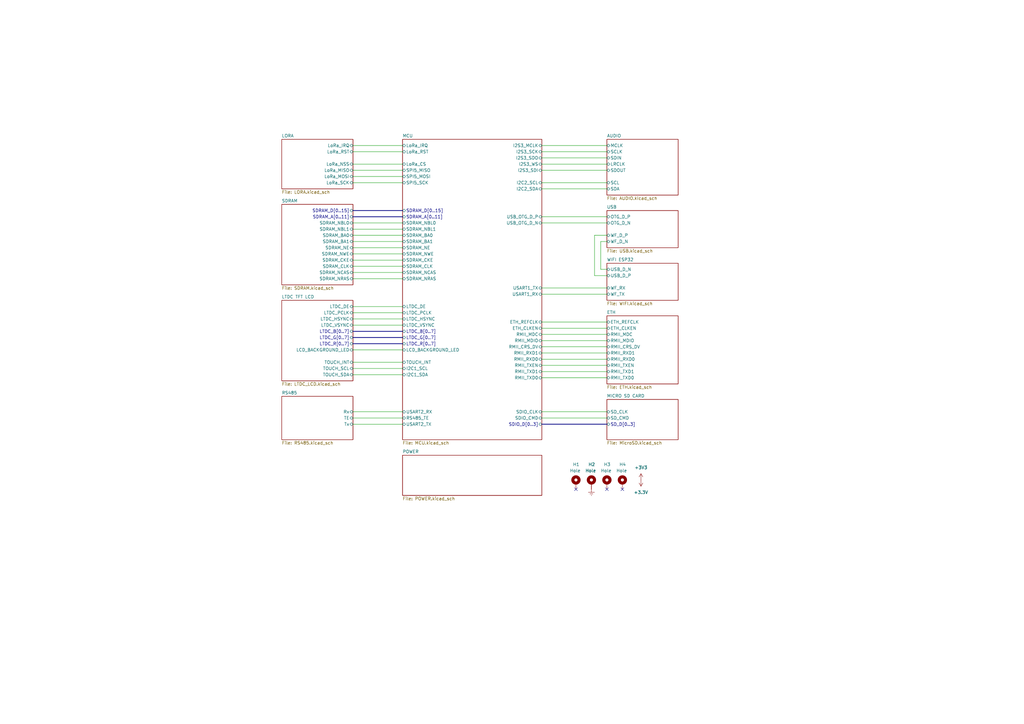
<source format=kicad_sch>
(kicad_sch (version 20230121) (generator eeschema)
  (paper "A3")
  (lib_symbols
    (symbol "Mechanical:MountingHole_Pad" (pin_numbers hide) (pin_names (offset 1.016) hide)
      (property "Reference" "H" (at 0 6.35 0))
      (property "Value" "MountingHole_Pad" (at 0 4.445 0))
      (symbol "MountingHole_Pad_0_1"
        (circle (center 0 1.27) (radius 1.27) (stroke (width 1.27)))
      )
      (symbol "MountingHole_Pad_1_1"
        (pin input line (at 0 -2.54 90) (length 2.54) (name "1") (number "1"))
      )
    )
    (symbol "power:+3.3V" (power) (pin_names (offset 0))
      (property "Value" "+3.3V" (at 0 3.556 0))
      (symbol "+3.3V_0_1"
        (polyline (pts (xy -0.762 1.27) (xy 0 2.54)))
        (polyline (pts (xy 0 0) (xy 0 2.54)))
        (polyline (pts (xy 0 2.54) (xy 0.762 1.27)))
      )
      (symbol "+3.3V_1_1"
        (pin power_in line (at 0 0 90) (length 0) hide (name "+3.3V") (number "1"))
      )
    )
    (symbol "power:+3V3" (power) (pin_names (offset 0))
      (property "Value" "+3V3" (at 0 3.556 0))
      (symbol "+3V3_0_1"
        (polyline (pts (xy -0.762 1.27) (xy 0 2.54)))
        (polyline (pts (xy 0 0) (xy 0 2.54)))
        (polyline (pts (xy 0 2.54) (xy 0.762 1.27)))
      )
      (symbol "+3V3_1_1"
        (pin power_in line (at 0 0 90) (length 0) hide (name "+3V3") (number "1"))
      )
    )
    (symbol "power:Earth" (power) (pin_names (offset 0))
      (symbol "Earth_0_1"
        (polyline (pts (xy -0.635 -1.905) (xy 0.635 -1.905)))
        (polyline (pts (xy -0.127 -2.54) (xy 0.127 -2.54)))
        (polyline (pts (xy 0 -1.27) (xy 0 0)))
        (polyline (pts (xy 1.27 -1.27) (xy -1.27 -1.27)))
      )
      (symbol "Earth_1_1"
        (pin power_in line (at 0 0 270) (length 0) hide (name "Earth") (number "1"))
      )
    )
  )
  (no_connect (at 236.22 200.66))
  (no_connect (at 255.27 200.66))
  (no_connect (at 248.92 200.66))
  (wire (pts (xy 246.38 110.49) (xy 246.38 99.06)))
  (wire (pts (xy 144.78 99.06) (xy 165.1 99.06)))
  (wire (pts (xy 222.25 88.9) (xy 248.92 88.9)))
  (wire (pts (xy 144.78 143.51) (xy 165.1 143.51)))
  (wire (pts (xy 222.25 118.11) (xy 248.92 118.11)))
  (wire (pts (xy 222.25 134.62) (xy 248.92 134.62)))
  (wire (pts (xy 144.78 101.6) (xy 165.1 101.6)))
  (wire (pts (xy 144.78 130.81) (xy 165.1 130.81)))
  (wire (pts (xy 144.78 151.13) (xy 165.1 151.13)))
  (wire (pts (xy 222.25 144.78) (xy 248.92 144.78)))
  (wire (pts (xy 144.78 93.98) (xy 165.1 93.98)))
  (wire (pts (xy 222.25 142.24) (xy 248.92 142.24)))
  (wire (pts (xy 144.78 72.39) (xy 165.1 72.39)))
  (wire (pts (xy 222.25 91.44) (xy 248.92 91.44)))
  (wire (pts (xy 144.78 106.68) (xy 165.1 106.68)))
  (bus (pts (xy 144.78 135.89) (xy 165.1 135.89)))
  (wire (pts (xy 222.25 137.16) (xy 248.92 137.16)))
  (wire (pts (xy 243.84 96.52) (xy 243.84 113.03)))
  (wire (pts (xy 144.78 96.52) (xy 165.1 96.52)))
  (wire (pts (xy 222.25 64.77) (xy 248.92 64.77)))
  (wire (pts (xy 144.78 173.99) (xy 165.1 173.99)))
  (wire (pts (xy 243.84 113.03) (xy 248.92 113.03)))
  (wire (pts (xy 222.25 149.86) (xy 248.92 149.86)))
  (wire (pts (xy 144.78 148.59) (xy 165.1 148.59)))
  (wire (pts (xy 222.25 77.47) (xy 248.92 77.47)))
  (wire (pts (xy 144.78 128.27) (xy 165.1 128.27)))
  (bus (pts (xy 144.78 138.43) (xy 165.1 138.43)))
  (wire (pts (xy 222.25 147.32) (xy 248.92 147.32)))
  (wire (pts (xy 144.78 104.14) (xy 165.1 104.14)))
  (wire (pts (xy 144.78 133.35) (xy 165.1 133.35)))
  (bus (pts (xy 144.78 88.9) (xy 165.1 88.9)))
  (wire (pts (xy 144.78 91.44) (xy 165.1 91.44)))
  (wire (pts (xy 222.25 120.65) (xy 248.92 120.65)))
  (wire (pts (xy 144.78 69.85) (xy 165.1 69.85)))
  (wire (pts (xy 248.92 110.49) (xy 246.38 110.49)))
  (wire (pts (xy 144.78 67.31) (xy 165.1 67.31)))
  (wire (pts (xy 248.92 96.52) (xy 243.84 96.52)))
  (wire (pts (xy 144.78 111.76) (xy 165.1 111.76)))
  (wire (pts (xy 222.25 171.45) (xy 248.92 171.45)))
  (wire (pts (xy 144.78 125.73) (xy 165.1 125.73)))
  (wire (pts (xy 222.25 59.69) (xy 248.92 59.69)))
  (wire (pts (xy 144.78 62.23) (xy 165.1 62.23)))
  (wire (pts (xy 222.25 132.08) (xy 248.92 132.08)))
  (wire (pts (xy 144.78 153.67) (xy 165.1 153.67)))
  (wire (pts (xy 222.25 139.7) (xy 248.92 139.7)))
  (wire (pts (xy 222.25 69.85) (xy 248.92 69.85)))
  (wire (pts (xy 246.38 99.06) (xy 248.92 99.06)))
  (wire (pts (xy 144.78 168.91) (xy 165.1 168.91)))
  (bus (pts (xy 144.78 140.97) (xy 165.1 140.97)))
  (wire (pts (xy 144.78 114.3) (xy 165.1 114.3)))
  (wire (pts (xy 222.25 74.93) (xy 248.92 74.93)))
  (wire (pts (xy 144.78 171.45) (xy 165.1 171.45)))
  (wire (pts (xy 222.25 62.23) (xy 248.92 62.23)))
  (wire (pts (xy 222.25 168.91) (xy 248.92 168.91)))
  (wire (pts (xy 144.78 59.69) (xy 165.1 59.69)))
  (wire (pts (xy 144.78 74.93) (xy 165.1 74.93)))
  (wire (pts (xy 222.25 152.4) (xy 248.92 152.4)))
  (wire (pts (xy 144.78 109.22) (xy 165.1 109.22)))
  (wire (pts (xy 222.25 154.94) (xy 248.92 154.94)))
  (wire (pts (xy 222.25 67.31) (xy 248.92 67.31)))
  (bus (pts (xy 222.25 173.99) (xy 248.92 173.99)))
  (bus (pts (xy 144.78 86.36) (xy 165.1 86.36)))
  (symbol (lib_id "Mechanical:MountingHole_Pad") (at 248.92 198.12 0) (unit 1)
    (property "Reference" "H3" (at 247.65 190.5 0) (effects (justify left)))
    (property "Value" "Hole" (at 246.38 193.04 0) (effects (justify left)))
    (property "Footprint" "MountingHole:MountingHole_3.2mm_M3_Pad_Via" (effects hide))
  )
  (symbol (lib_id "power:+3.3V") (at 262.89 196.85 180) (unit 1)
    (property "Reference" "#PWR05" (effects hide))
    (property "Value" "+3.3V" (at 262.89 201.93 0))
  )
  (symbol (lib_id "power:+3V3") (at 262.89 196.85 0) (unit 1)
    (property "Reference" "#PWR06" (effects hide))
    (property "Value" "+3V3" (at 262.89 191.77 0))
  )
  (symbol (lib_id "Mechanical:MountingHole_Pad") (at 255.27 198.12 0) (unit 1)
    (property "Reference" "H4" (at 254 190.5 0) (effects (justify left)))
    (property "Value" "Hole" (at 252.73 193.04 0) (effects (justify left)))
    (property "Footprint" "MountingHole:MountingHole_3.2mm_M3_Pad_Via" (effects hide))
  )
  (symbol (lib_id "power:Earth") (at 242.57 200.66 0) (unit 1)
    (property "Reference" "#PWR01" (effects hide))
    (property "Value" "Earth" (effects hide))
  )
  (symbol (lib_id "Mechanical:MountingHole_Pad") (at 236.22 198.12 0) (unit 1)
    (property "Reference" "H1" (at 234.95 190.5 0) (effects (justify left)))
    (property "Value" "Hole" (at 233.68 193.04 0) (effects (justify left)))
    (property "Footprint" "MountingHole:MountingHole_3.2mm_M3_Pad_Via" (effects hide))
  )
  (symbol (lib_id "Mechanical:MountingHole_Pad") (at 242.57 198.12 0) (unit 1)
    (property "Reference" "H2" (at 241.3 190.5 0) (effects (justify left)))
    (property "Value" "Hole" (at 240.03 193.04 0) (effects (justify left)))
    (property "Footprint" "MountingHole:MountingHole_3.2mm_M3_Pad_Via" (effects hide))
  )
  (sheet (at 115.57 162.56) (size 29.21 17.78) (stroke (width 0.1524))
    (property "Sheetname" "RS485" (at 115.57 161.8484 0) (effects (justify left bottom)))
    (property "Sheetfile" "RS485.kicad_sch" (at 115.57 180.9246 0) (effects (justify left top)))
    (pin "Rx" bidirectional (at 144.78 168.91 0))
    (pin "TE" bidirectional (at 144.78 171.45 0))
    (pin "Tx" bidirectional (at 144.78 173.99 0))
  )
  (sheet (at 165.1 186.69) (size 57.15 16.51) (stroke (width 0.1524))
    (property "Sheetname" "POWER" (at 165.1 185.9784 0) (effects (justify left bottom)))
    (property "Sheetfile" "POWER.kicad_sch" (at 165.1 203.7846 0) (effects (justify left top)))
  )
  (sheet (at 115.57 123.19) (size 29.21 33.02) (stroke (width 0.1524))
    (property "Sheetname" "LTDC TFT LCD" (at 115.57 122.4784 0) (effects (justify left bottom)))
    (property "Sheetfile" "LTDC_LCD.kicad_sch" (at 115.57 156.7946 0) (effects (justify left top)))
    (pin "TOUCH_SCL" bidirectional (at 144.78 151.13 0))
    (pin "TOUCH_SDA" bidirectional (at 144.78 153.67 0))
    (pin "TOUCH_INT" bidirectional (at 144.78 148.59 0))
    (pin "LTDC_G[0..7]" bidirectional (at 144.78 138.43 0))
    (pin "LTDC_R[0..7]" bidirectional (at 144.78 140.97 0))
    (pin "LTDC_B[0..7]" bidirectional (at 144.78 135.89 0))
    (pin "LCD_BACKGROUND_LED" bidirectional (at 144.78 143.51 0))
    (pin "LTDC_VSYNC" bidirectional (at 144.78 133.35 0))
    (pin "LTDC_PCLK" bidirectional (at 144.78 128.27 0))
    (pin "LTDC_HSYNC" bidirectional (at 144.78 130.81 0))
    (pin "LTDC_DE" bidirectional (at 144.78 125.73 0))
  )
  (sheet (at 165.1 57.15) (size 57.15 123.19) (stroke (width 0.1524))
    (property "Sheetname" "MCU" (at 165.1 56.4384 0) (effects (justify left bottom)))
    (property "Sheetfile" "MCU.kicad_sch" (at 165.1 180.9246 0) (effects (justify left top)))
    (pin "SDRAM_A[0..11]" bidirectional (at 165.1 88.9 180))
    (pin "SDRAM_D[0..15]" bidirectional (at 165.1 86.36 180))
    (pin "SDRAM_NBL1" bidirectional (at 165.1 93.98 180))
    (pin "SDRAM_NBL0" bidirectional (at 165.1 91.44 180))
    (pin "SDRAM_CLK" bidirectional (at 165.1 109.22 180))
    (pin "SDRAM_NCAS" bidirectional (at 165.1 111.76 180))
    (pin "SDRAM_NRAS" bidirectional (at 165.1 114.3 180))
    (pin "USB_OTG_D_N" bidirectional (at 222.25 91.44 0))
    (pin "USB_OTG_D_P" bidirectional (at 222.25 88.9 0))
    (pin "SDRAM_NE" bidirectional (at 165.1 101.6 180))
    (pin "SDRAM_NWE" bidirectional (at 165.1 104.14 180))
    (pin "SDRAM_CKE" bidirectional (at 165.1 106.68 180))
    (pin "SDRAM_BA0" bidirectional (at 165.1 96.52 180))
    (pin "SDRAM_BA1" bidirectional (at 165.1 99.06 180))
    (pin "LTDC_DE" bidirectional (at 165.1 125.73 180))
    (pin "LTDC_PCLK" bidirectional (at 165.1 128.27 180))
    (pin "LTDC_G[0..7]" bidirectional (at 165.1 138.43 180))
    (pin "LTDC_B[0..7]" bidirectional (at 165.1 135.89 180))
    (pin "LTDC_R[0..7]" bidirectional (at 165.1 140.97 180))
    (pin "LTDC_HSYNC" bidirectional (at 165.1 130.81 180))
    (pin "LTDC_VSYNC" bidirectional (at 165.1 133.35 180))
    (pin "TOUCH_INT" bidirectional (at 165.1 148.59 180))
    (pin "I2C1_SCL" bidirectional (at 165.1 151.13 180))
    (pin "I2C1_SDA" bidirectional (at 165.1 153.67 180))
    (pin "LCD_BACKGROUND_LED" bidirectional (at 165.1 143.51 180))
    (pin "SPI5_SCK" bidirectional (at 165.1 74.93 180))
    (pin "SPI5_MISO" bidirectional (at 165.1 69.85 180))
    (pin "SPI5_MOSI" bidirectional (at 165.1 72.39 180))
    (pin "SDIO_CLK" bidirectional (at 222.25 168.91 0))
    (pin "SDIO_CMD" bidirectional (at 222.25 171.45 0))
    (pin "SDIO_D[0..3]" bidirectional (at 222.25 173.99 0))
    (pin "USART1_TX" bidirectional (at 222.25 118.11 0))
    (pin "USART1_RX" bidirectional (at 222.25 120.65 0))
    (pin "ETH_REFCLK" bidirectional (at 222.25 132.08 0))
    (pin "RMII_MDIO" bidirectional (at 222.25 139.7 0))
    (pin "RMII_TXEN" bidirectional (at 222.25 149.86 0))
    (pin "ETH_CLKEN" bidirectional (at 222.25 134.62 0))
    (pin "RMII_CRS_DV" bidirectional (at 222.25 142.24 0))
    (pin "RMII_RXD0" bidirectional (at 222.25 147.32 0))
    (pin "RMII_RXD1" bidirectional (at 222.25 144.78 0))
    (pin "RMII_TXD0" bidirectional (at 222.25 154.94 0))
    (pin "RMII_TXD1" bidirectional (at 222.25 152.4 0))
    (pin "RMII_MDC" bidirectional (at 222.25 137.16 0))
    (pin "LoRa_IRQ" bidirectional (at 165.1 59.69 180))
    (pin "LoRa_CS" bidirectional (at 165.1 67.31 180))
    (pin "LoRa_RST" bidirectional (at 165.1 62.23 180))
    (pin "I2S3_SDO" bidirectional (at 222.25 64.77 0))
    (pin "I2S3_MCLK" bidirectional (at 222.25 59.69 0))
    (pin "I2S3_WS" bidirectional (at 222.25 67.31 0))
    (pin "I2S3_SCK" bidirectional (at 222.25 62.23 0))
    (pin "I2S3_SDI" bidirectional (at 222.25 69.85 0))
    (pin "I2C2_SCL" bidirectional (at 222.25 74.93 0))
    (pin "I2C2_SDA" bidirectional (at 222.25 77.47 0))
    (pin "USART2_TX" bidirectional (at 165.1 173.99 180))
    (pin "USART2_RX" bidirectional (at 165.1 168.91 180))
    (pin "RS485_TE" bidirectional (at 165.1 171.45 180))
  )
  (sheet (at 248.92 107.95) (size 29.21 15.24) (stroke (width 0.1524))
    (property "Sheetname" "WIFI ESP32" (at 248.92 107.2384 0) (effects (justify left bottom)))
    (property "Sheetfile" "WIFI.kicad_sch" (at 248.92 123.7746 0) (effects (justify left top)))
    (pin "USB_D_P" bidirectional (at 248.92 113.03 180))
    (pin "USB_D_N" bidirectional (at 248.92 110.49 180))
    (pin "WF_TX" bidirectional (at 248.92 120.65 180))
    (pin "WF_RX" bidirectional (at 248.92 118.11 180))
  )
  (sheet (at 248.92 163.83) (size 29.21 16.51) (stroke (width 0.1524))
    (property "Sheetname" "MICRO SD CARD" (at 248.92 163.1184 0) (effects (justify left bottom)))
    (property "Sheetfile" "MicroSD.kicad_sch" (at 248.92 180.9246 0) (effects (justify left top)))
    (pin "SD_CLK" bidirectional (at 248.92 168.91 180))
    (pin "SD_CMD" bidirectional (at 248.92 171.45 180))
    (pin "SD_D[0..3]" bidirectional (at 248.92 173.99 180))
  )
  (sheet (at 248.92 86.36) (size 29.21 15.24) (stroke (width 0.1524))
    (property "Sheetname" "USB" (at 248.92 85.6484 0) (effects (justify left bottom)))
    (property "Sheetfile" "USB.kicad_sch" (at 248.92 102.1846 0) (effects (justify left top)))
    (pin "WF_D_N" bidirectional (at 248.92 99.06 180))
    (pin "OTG_D_N" bidirectional (at 248.92 91.44 180))
    (pin "OTG_D_P" bidirectional (at 248.92 88.9 180))
    (pin "WF_D_P" bidirectional (at 248.92 96.52 180))
  )
  (sheet (at 115.57 83.82) (size 29.21 33.02) (stroke (width 0.1524))
    (property "Sheetname" "SDRAM" (at 115.57 83.1084 0) (effects (justify left bottom)))
    (property "Sheetfile" "SDRAM.kicad_sch" (at 115.57 117.4246 0) (effects (justify left top)))
    (pin "SDRAM_D[0..15]" bidirectional (at 144.78 86.36 0))
    (pin "SDRAM_A[0..11]" bidirectional (at 144.78 88.9 0))
    (pin "SDRAM_NE" bidirectional (at 144.78 101.6 0))
    (pin "SDRAM_CKE" bidirectional (at 144.78 106.68 0))
    (pin "SDRAM_NBL1" bidirectional (at 144.78 93.98 0))
    (pin "SDRAM_NWE" bidirectional (at 144.78 104.14 0))
    (pin "SDRAM_NCAS" bidirectional (at 144.78 111.76 0))
    (pin "SDRAM_NRAS" bidirectional (at 144.78 114.3 0))
    (pin "SDRAM_NBL0" bidirectional (at 144.78 91.44 0))
    (pin "SDRAM_CLK" bidirectional (at 144.78 109.22 0))
    (pin "SDRAM_BA0" bidirectional (at 144.78 96.52 0))
    (pin "SDRAM_BA1" bidirectional (at 144.78 99.06 0))
  )
  (sheet (at 115.57 57.15) (size 29.21 20.32) (stroke (width 0.1524))
    (property "Sheetname" "LORA" (at 115.57 56.4384 0) (effects (justify left bottom)))
    (property "Sheetfile" "LORA.kicad_sch" (at 115.57 78.0546 0) (effects (justify left top)))
    (pin "LoRa_IRQ" bidirectional (at 144.78 59.69 0))
    (pin "LoRa_SCK" bidirectional (at 144.78 74.93 0))
    (pin "LoRa_RST" bidirectional (at 144.78 62.23 0))
    (pin "LoRa_MISO" bidirectional (at 144.78 69.85 0))
    (pin "LoRa_MOSI" bidirectional (at 144.78 72.39 0))
    (pin "LoRa_NSS" bidirectional (at 144.78 67.31 0))
  )
  (sheet (at 248.92 57.15) (size 29.21 22.86) (stroke (width 0.1524))
    (property "Sheetname" "AUDIO" (at 248.92 56.4384 0) (effects (justify left bottom)))
    (property "Sheetfile" "AUDIO.kicad_sch" (at 248.92 80.5946 0) (effects (justify left top)))
    (pin "SCLK" bidirectional (at 248.92 62.23 180))
    (pin "LRCLK" bidirectional (at 248.92 67.31 180))
    (pin "SDIN" bidirectional (at 248.92 64.77 180))
    (pin "MCLK" bidirectional (at 248.92 59.69 180))
    (pin "SCL" bidirectional (at 248.92 74.93 180))
    (pin "SDA" bidirectional (at 248.92 77.47 180))
    (pin "SDOUT" bidirectional (at 248.92 69.85 180))
  )
  (sheet (at 248.92 129.54) (size 29.21 27.94) (stroke (width 0.1524))
    (property "Sheetname" "ETH" (at 248.92 128.8284 0) (effects (justify left bottom)))
    (property "Sheetfile" "ETH.kicad_sch" (at 248.92 158.0646 0) (effects (justify left top)))
    (pin "RMII_TXD0" bidirectional (at 248.92 154.94 180))
    (pin "RMII_TXD1" bidirectional (at 248.92 152.4 180))
    (pin "RMII_TXEN" bidirectional (at 248.92 149.86 180))
    (pin "RMII_RXD0" bidirectional (at 248.92 147.32 180))
    (pin "RMII_MDIO" bidirectional (at 248.92 139.7 180))
    (pin "ETH_REFCLK" bidirectional (at 248.92 132.08 180))
    (pin "RMII_MDC" bidirectional (at 248.92 137.16 180))
    (pin "RMII_CRS_DV" bidirectional (at 248.92 142.24 180))
    (pin "RMII_RXD1" bidirectional (at 248.92 144.78 180))
    (pin "ETH_CLKEN" bidirectional (at 248.92 134.62 180))
  )
)
</source>
